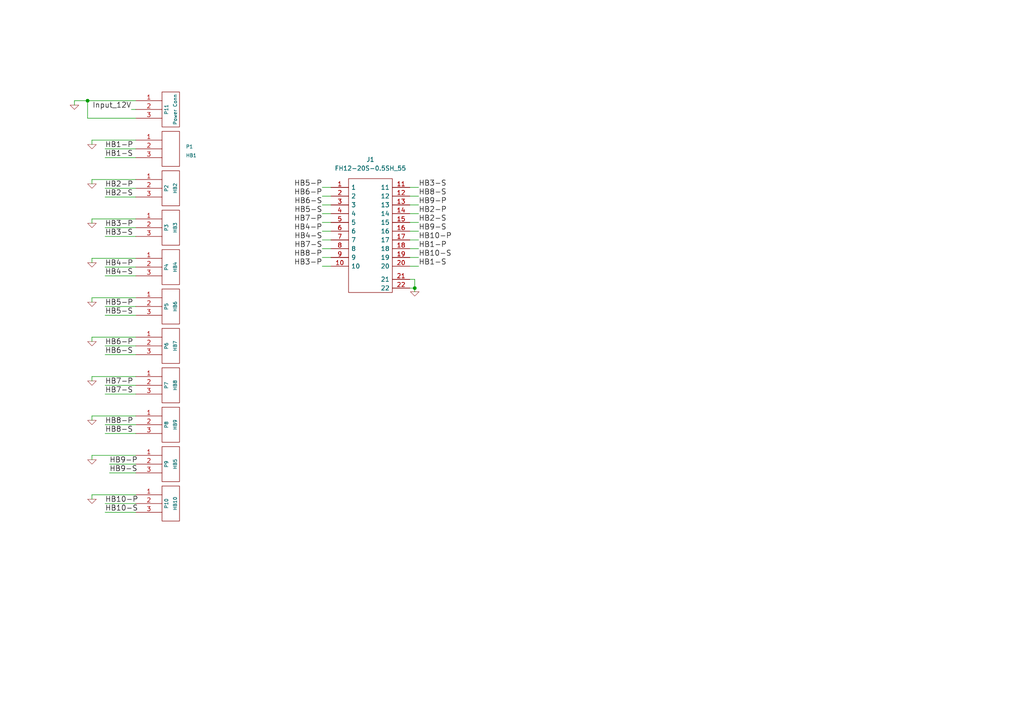
<source format=kicad_sch>
(kicad_sch (version 20211123) (generator eeschema)

  (uuid 5e9a7c42-4653-4bda-bfb6-c0001da4aa18)

  (paper "A4")

  (lib_symbols
    (symbol "ESPulse-rescue:CONN_3x1-lsts-conn" (pin_names (offset 1.016) hide) (in_bom yes) (on_board yes)
      (property "Reference" "P" (id 0) (at 1.27 0 90)
        (effects (font (size 0.9906 0.9906)))
      )
      (property "Value" "CONN_3x1-lsts-conn" (id 1) (at -1.27 0 90)
        (effects (font (size 0.9906 0.9906)))
      )
      (property "Footprint" "" (id 2) (at 0 0 0)
        (effects (font (size 1.524 1.524)))
      )
      (property "Datasheet" "" (id 3) (at 0 0 0)
        (effects (font (size 1.524 1.524)))
      )
      (symbol "CONN_3x1-lsts-conn_0_1"
        (rectangle (start 2.54 -5.08) (end -2.54 5.08)
          (stroke (width 0) (type default) (color 0 0 0 0))
          (fill (type none))
        )
      )
      (symbol "CONN_3x1-lsts-conn_1_1"
        (pin passive line (at 10.16 2.54 180) (length 7.62)
          (name "~" (effects (font (size 1.27 1.27))))
          (number "1" (effects (font (size 1.27 1.27))))
        )
        (pin passive line (at 10.16 0 180) (length 7.62)
          (name "~" (effects (font (size 1.27 1.27))))
          (number "2" (effects (font (size 1.27 1.27))))
        )
        (pin passive line (at 10.16 -2.54 180) (length 7.62)
          (name "~" (effects (font (size 1.27 1.27))))
          (number "3" (effects (font (size 1.27 1.27))))
        )
      )
    )
    (symbol "ESPulse-rescue:GND-power" (power) (pin_names (offset 0)) (in_bom yes) (on_board yes)
      (property "Reference" "#PWR" (id 0) (at 0 0 0)
        (effects (font (size 0.762 0.762)) hide)
      )
      (property "Value" "GND-power" (id 1) (at 0 -1.778 0)
        (effects (font (size 0.762 0.762)) hide)
      )
      (property "Footprint" "" (id 2) (at 0 0 0)
        (effects (font (size 1.524 1.524)))
      )
      (property "Datasheet" "" (id 3) (at 0 0 0)
        (effects (font (size 1.524 1.524)))
      )
      (symbol "GND-power_0_1"
        (polyline
          (pts
            (xy -1.27 0)
            (xy 0 -1.27)
            (xy 1.27 0)
            (xy -1.27 0)
          )
          (stroke (width 0.1016) (type default) (color 0 0 0 0))
          (fill (type none))
        )
      )
      (symbol "GND-power_1_1"
        (pin power_in line (at 0 0 90) (length 0) hide
          (name "GND" (effects (font (size 0.762 0.762))))
          (number "1" (effects (font (size 0.762 0.762))))
        )
      )
    )
    (symbol "FH12-20S-0.5SH_55_1" (pin_names (offset 0.762)) (in_bom yes) (on_board yes)
      (property "Reference" "J" (id 0) (at 19.05 7.62 0)
        (effects (font (size 1.27 1.27)) (justify left))
      )
      (property "Value" "FH12-20S-0.5SH_55_1" (id 1) (at -20.32 26.67 0)
        (effects (font (size 1.27 1.27)) (justify left))
      )
      (property "Footprint" "FH12-20S-0.5SH(55)" (id 2) (at -20.32 24.13 0)
        (effects (font (size 1.27 1.27)) (justify left) hide)
      )
      (property "Datasheet" "https://componentsearchengine.com/Datasheets/2/FH12-20S-0.5SH(55).pdf" (id 3) (at -20.32 21.59 0)
        (effects (font (size 1.27 1.27)) (justify left) hide)
      )
      (property "Description" "FFC,0.5mm Pitch,Bottom Contact,20way Hirose FH12 Series 0.5mm Pitch 20 Way Right Angle SMT Female FPC Connector, ZIF Bottom Contact" (id 4) (at -20.32 19.05 0)
        (effects (font (size 1.27 1.27)) (justify left) hide)
      )
      (property "Height" "" (id 5) (at 19.05 -5.08 0)
        (effects (font (size 1.27 1.27)) (justify left) hide)
      )
      (property "Mouser Part Number" "798-FH12-20S-0.5SH55" (id 6) (at -20.32 13.97 0)
        (effects (font (size 1.27 1.27)) (justify left) hide)
      )
      (property "Mouser Price/Stock" "https://www.mouser.co.uk/ProductDetail/Hirose-Connector/FH12-20S-0.5SH55?qs=Ux3WWAnHpjBAoMH%252Bjl1N9Q%3D%3D" (id 7) (at -20.32 11.43 0)
        (effects (font (size 1.27 1.27)) (justify left) hide)
      )
      (property "Manufacturer_Name" "Hirose" (id 8) (at 19.05 -12.7 0)
        (effects (font (size 1.27 1.27)) (justify left) hide)
      )
      (property "Manufacturer_Part_Number" "FH12-20S-0.5SH(55)" (id 9) (at -20.32 6.35 0)
        (effects (font (size 1.27 1.27)) (justify left) hide)
      )
      (property "ki_description" "FFC,0.5mm Pitch,Bottom Contact,20way Hirose FH12 Series 0.5mm Pitch 20 Way Right Angle SMT Female FPC Connector, ZIF Bottom Contact" (id 10) (at 0 0 0)
        (effects (font (size 1.27 1.27)) hide)
      )
      (symbol "FH12-20S-0.5SH_55_1_0_0"
        (pin passive line (at 0 0 0) (length 5.08)
          (name "1" (effects (font (size 1.27 1.27))))
          (number "1" (effects (font (size 1.27 1.27))))
        )
        (pin passive line (at 0 -22.86 0) (length 5.08)
          (name "10" (effects (font (size 1.27 1.27))))
          (number "10" (effects (font (size 1.27 1.27))))
        )
        (pin passive line (at 22.86 0 180) (length 5.08)
          (name "11" (effects (font (size 1.27 1.27))))
          (number "11" (effects (font (size 1.27 1.27))))
        )
        (pin passive line (at 22.86 -2.54 180) (length 5.08)
          (name "12" (effects (font (size 1.27 1.27))))
          (number "12" (effects (font (size 1.27 1.27))))
        )
        (pin passive line (at 22.86 -5.08 180) (length 5.08)
          (name "13" (effects (font (size 1.27 1.27))))
          (number "13" (effects (font (size 1.27 1.27))))
        )
        (pin passive line (at 22.86 -7.62 180) (length 5.08)
          (name "14" (effects (font (size 1.27 1.27))))
          (number "14" (effects (font (size 1.27 1.27))))
        )
        (pin passive line (at 22.86 -10.16 180) (length 5.08)
          (name "15" (effects (font (size 1.27 1.27))))
          (number "15" (effects (font (size 1.27 1.27))))
        )
        (pin passive line (at 22.86 -12.7 180) (length 5.08)
          (name "16" (effects (font (size 1.27 1.27))))
          (number "16" (effects (font (size 1.27 1.27))))
        )
        (pin passive line (at 22.86 -15.24 180) (length 5.08)
          (name "17" (effects (font (size 1.27 1.27))))
          (number "17" (effects (font (size 1.27 1.27))))
        )
        (pin passive line (at 22.86 -17.78 180) (length 5.08)
          (name "18" (effects (font (size 1.27 1.27))))
          (number "18" (effects (font (size 1.27 1.27))))
        )
        (pin passive line (at 22.86 -20.32 180) (length 5.08)
          (name "19" (effects (font (size 1.27 1.27))))
          (number "19" (effects (font (size 1.27 1.27))))
        )
        (pin passive line (at 0 -2.54 0) (length 5.08)
          (name "2" (effects (font (size 1.27 1.27))))
          (number "2" (effects (font (size 1.27 1.27))))
        )
        (pin passive line (at 22.86 -22.86 180) (length 5.08)
          (name "20" (effects (font (size 1.27 1.27))))
          (number "20" (effects (font (size 1.27 1.27))))
        )
        (pin passive line (at 22.86 -26.67 180) (length 5.08)
          (name "21" (effects (font (size 1.27 1.27))))
          (number "21" (effects (font (size 1.27 1.27))))
        )
        (pin passive line (at 22.86 -29.21 180) (length 5.08)
          (name "22" (effects (font (size 1.27 1.27))))
          (number "22" (effects (font (size 1.27 1.27))))
        )
        (pin passive line (at 0 -5.08 0) (length 5.08)
          (name "3" (effects (font (size 1.27 1.27))))
          (number "3" (effects (font (size 1.27 1.27))))
        )
        (pin passive line (at 0 -7.62 0) (length 5.08)
          (name "4" (effects (font (size 1.27 1.27))))
          (number "4" (effects (font (size 1.27 1.27))))
        )
        (pin passive line (at 0 -10.16 0) (length 5.08)
          (name "5" (effects (font (size 1.27 1.27))))
          (number "5" (effects (font (size 1.27 1.27))))
        )
        (pin passive line (at 0 -12.7 0) (length 5.08)
          (name "6" (effects (font (size 1.27 1.27))))
          (number "6" (effects (font (size 1.27 1.27))))
        )
        (pin passive line (at 0 -15.24 0) (length 5.08)
          (name "7" (effects (font (size 1.27 1.27))))
          (number "7" (effects (font (size 1.27 1.27))))
        )
        (pin passive line (at 0 -17.78 0) (length 5.08)
          (name "8" (effects (font (size 1.27 1.27))))
          (number "8" (effects (font (size 1.27 1.27))))
        )
        (pin passive line (at 0 -20.32 0) (length 5.08)
          (name "9" (effects (font (size 1.27 1.27))))
          (number "9" (effects (font (size 1.27 1.27))))
        )
      )
      (symbol "FH12-20S-0.5SH_55_1_0_1"
        (polyline
          (pts
            (xy 5.08 2.54)
            (xy 17.78 2.54)
            (xy 17.78 -30.48)
            (xy 5.08 -30.48)
            (xy 5.08 2.54)
          )
          (stroke (width 0.1524) (type default) (color 0 0 0 0))
          (fill (type none))
        )
      )
    )
  )


  (junction (at 120.2944 83.566) (diameter 0) (color 0 0 0 0)
    (uuid a180bd81-b06b-4c57-841c-cd3e80ff597f)
  )
  (junction (at 25.4 29.21) (diameter 0) (color 0 0 0 0)
    (uuid df58cd1f-1e2f-41b6-a834-612c7e057588)
  )

  (wire (pts (xy 118.872 59.436) (xy 121.412 59.436))
    (stroke (width 0) (type default) (color 0 0 0 0))
    (uuid 04e2fbc5-5989-4741-8ef9-759353c3dd8d)
  )
  (wire (pts (xy 93.472 67.056) (xy 96.012 67.056))
    (stroke (width 0) (type default) (color 0 0 0 0))
    (uuid 084e6b83-aebb-4964-9b32-7f3c82e04f1d)
  )
  (wire (pts (xy 120.2944 83.566) (xy 120.2944 84.6074))
    (stroke (width 0) (type default) (color 0 0 0 0))
    (uuid 1195f731-c795-4316-a5f9-428f3d61c4f6)
  )
  (wire (pts (xy 30.48 54.61) (xy 39.37 54.61))
    (stroke (width 0) (type default) (color 0 0 0 0))
    (uuid 13a7bc6a-93b6-4e09-b011-7d8ea66bd5c1)
  )
  (wire (pts (xy 21.59 29.21) (xy 21.59 30.48))
    (stroke (width 0) (type default) (color 0 0 0 0))
    (uuid 16e454f3-32e5-4a57-aba1-3cd9669df363)
  )
  (wire (pts (xy 93.472 54.356) (xy 96.012 54.356))
    (stroke (width 0) (type default) (color 0 0 0 0))
    (uuid 1864eb33-1170-4f35-b0f8-4000bd3b3243)
  )
  (wire (pts (xy 118.872 67.056) (xy 121.412 67.056))
    (stroke (width 0) (type default) (color 0 0 0 0))
    (uuid 186c3b43-bf1e-4acc-93e4-4580ef8ad48a)
  )
  (wire (pts (xy 118.872 72.136) (xy 121.412 72.136))
    (stroke (width 0) (type default) (color 0 0 0 0))
    (uuid 23d33a2f-1e54-474f-a9d5-6b6965de6324)
  )
  (wire (pts (xy 25.4 34.29) (xy 39.37 34.29))
    (stroke (width 0) (type default) (color 0 0 0 0))
    (uuid 255514fa-71b5-47cd-9249-00be33622626)
  )
  (wire (pts (xy 30.48 111.76) (xy 39.37 111.76))
    (stroke (width 0) (type default) (color 0 0 0 0))
    (uuid 29d9a159-abcb-4952-8bcb-49b761c8bf84)
  )
  (wire (pts (xy 93.472 69.596) (xy 96.012 69.596))
    (stroke (width 0) (type default) (color 0 0 0 0))
    (uuid 2f71280f-e748-44e5-b3b5-24f5ef77633d)
  )
  (wire (pts (xy 118.872 74.676) (xy 121.412 74.676))
    (stroke (width 0) (type default) (color 0 0 0 0))
    (uuid 2fc04a09-0b22-4418-aedc-76c914e2092c)
  )
  (wire (pts (xy 93.472 64.516) (xy 96.012 64.516))
    (stroke (width 0) (type default) (color 0 0 0 0))
    (uuid 33dfb772-83fa-42ff-99a5-fea6f2509dbb)
  )
  (wire (pts (xy 30.48 66.04) (xy 39.37 66.04))
    (stroke (width 0) (type default) (color 0 0 0 0))
    (uuid 34676c64-48a2-48fd-8b36-e44cdc899656)
  )
  (wire (pts (xy 25.4 29.21) (xy 25.4 34.29))
    (stroke (width 0) (type default) (color 0 0 0 0))
    (uuid 45d10287-59dc-4c3e-9b67-ba457a0caaf6)
  )
  (wire (pts (xy 30.48 80.01) (xy 39.37 80.01))
    (stroke (width 0) (type default) (color 0 0 0 0))
    (uuid 4b56a28d-3189-419c-bfa8-2a7752fbd92d)
  )
  (wire (pts (xy 118.872 54.356) (xy 121.412 54.356))
    (stroke (width 0) (type default) (color 0 0 0 0))
    (uuid 52234b6e-0432-40f2-a08d-a619712b3fdc)
  )
  (wire (pts (xy 26.67 132.08) (xy 26.67 133.35))
    (stroke (width 0) (type default) (color 0 0 0 0))
    (uuid 5b097960-e719-4bab-89de-323da8be95d6)
  )
  (wire (pts (xy 31.75 137.16) (xy 39.37 137.16))
    (stroke (width 0) (type default) (color 0 0 0 0))
    (uuid 5f1b727b-24f5-425e-a936-39ce1dff8e0d)
  )
  (wire (pts (xy 118.872 64.516) (xy 121.412 64.516))
    (stroke (width 0) (type default) (color 0 0 0 0))
    (uuid 65117b06-ed82-495f-b500-5e411d4344aa)
  )
  (wire (pts (xy 26.67 97.79) (xy 26.67 99.06))
    (stroke (width 0) (type default) (color 0 0 0 0))
    (uuid 661b8bf7-1631-4f72-a3bf-9c659ff7385b)
  )
  (wire (pts (xy 26.67 143.51) (xy 26.67 144.78))
    (stroke (width 0) (type default) (color 0 0 0 0))
    (uuid 6a332eec-6fbc-44f6-89e6-77921233ce9b)
  )
  (wire (pts (xy 30.48 146.05) (xy 39.37 146.05))
    (stroke (width 0) (type default) (color 0 0 0 0))
    (uuid 6b2c7c29-16c7-46cc-9735-f52e21a731a0)
  )
  (wire (pts (xy 30.48 91.44) (xy 39.37 91.44))
    (stroke (width 0) (type default) (color 0 0 0 0))
    (uuid 6e97aeb8-1a8f-44a3-83fa-0d983683748f)
  )
  (wire (pts (xy 25.4 29.21) (xy 39.37 29.21))
    (stroke (width 0) (type default) (color 0 0 0 0))
    (uuid 70ca0a50-32d9-426d-86ee-e9379b1d7708)
  )
  (wire (pts (xy 30.48 43.18) (xy 39.37 43.18))
    (stroke (width 0) (type default) (color 0 0 0 0))
    (uuid 72a832ad-2783-4526-9fea-b35625c777cd)
  )
  (wire (pts (xy 26.67 63.5) (xy 39.37 63.5))
    (stroke (width 0) (type default) (color 0 0 0 0))
    (uuid 7572b53e-8aa4-47fa-b19b-168664671d01)
  )
  (wire (pts (xy 26.67 132.08) (xy 39.37 132.08))
    (stroke (width 0) (type default) (color 0 0 0 0))
    (uuid 7882f6f4-735b-4f64-8486-3f72d672271b)
  )
  (wire (pts (xy 30.48 125.73) (xy 39.37 125.73))
    (stroke (width 0) (type default) (color 0 0 0 0))
    (uuid 79575f4f-86b7-46e2-b29f-d0e8f1d50ff9)
  )
  (wire (pts (xy 26.67 40.64) (xy 39.37 40.64))
    (stroke (width 0) (type default) (color 0 0 0 0))
    (uuid 80b27d10-cdad-40f8-a111-c2accd7df379)
  )
  (wire (pts (xy 26.67 74.93) (xy 39.37 74.93))
    (stroke (width 0) (type default) (color 0 0 0 0))
    (uuid 81a94eb4-d3fd-4a14-9985-f7c6cd7d422d)
  )
  (wire (pts (xy 118.872 77.216) (xy 121.412 77.216))
    (stroke (width 0) (type default) (color 0 0 0 0))
    (uuid 8c8f2cea-7eb7-4b9d-ad1d-4a92fddb87d8)
  )
  (wire (pts (xy 30.48 123.19) (xy 39.37 123.19))
    (stroke (width 0) (type default) (color 0 0 0 0))
    (uuid 8e789911-ad26-4d4a-b329-3ab2886d2a40)
  )
  (wire (pts (xy 31.75 134.62) (xy 39.37 134.62))
    (stroke (width 0) (type default) (color 0 0 0 0))
    (uuid 8f4731d9-d7d5-49bb-bcb6-713ae7340b75)
  )
  (wire (pts (xy 26.67 86.36) (xy 39.37 86.36))
    (stroke (width 0) (type default) (color 0 0 0 0))
    (uuid 903df06b-3664-4c9c-80cb-2afc6f6781d4)
  )
  (wire (pts (xy 26.67 52.07) (xy 39.37 52.07))
    (stroke (width 0) (type default) (color 0 0 0 0))
    (uuid 951a3b67-81d4-4fcf-87f6-6581fc9dd8b3)
  )
  (wire (pts (xy 26.67 63.5) (xy 26.67 64.77))
    (stroke (width 0) (type default) (color 0 0 0 0))
    (uuid 97a92862-2ba0-4957-ae5a-f9820a381061)
  )
  (wire (pts (xy 118.872 56.896) (xy 121.412 56.896))
    (stroke (width 0) (type default) (color 0 0 0 0))
    (uuid 98512f46-3eea-4c7c-a8c2-f807e8f55e8e)
  )
  (wire (pts (xy 118.872 81.026) (xy 120.2944 81.026))
    (stroke (width 0) (type default) (color 0 0 0 0))
    (uuid 9a667017-a73f-4f20-a033-74ac1212843a)
  )
  (wire (pts (xy 118.872 69.596) (xy 121.412 69.596))
    (stroke (width 0) (type default) (color 0 0 0 0))
    (uuid 9a759a30-c62b-4327-8d8d-19cef88aa812)
  )
  (wire (pts (xy 30.48 68.58) (xy 39.37 68.58))
    (stroke (width 0) (type default) (color 0 0 0 0))
    (uuid 9b449569-562f-409d-93f9-fdfe3068a3c8)
  )
  (wire (pts (xy 26.67 52.07) (xy 26.67 53.34))
    (stroke (width 0) (type default) (color 0 0 0 0))
    (uuid 9b955e68-580e-4b45-8242-cac5392154b0)
  )
  (wire (pts (xy 120.2944 81.026) (xy 120.2944 83.566))
    (stroke (width 0) (type default) (color 0 0 0 0))
    (uuid 9ec81675-72fb-40a3-886d-f932db926cd4)
  )
  (wire (pts (xy 30.48 100.33) (xy 39.37 100.33))
    (stroke (width 0) (type default) (color 0 0 0 0))
    (uuid 9fafd186-d043-4bb3-9583-5470a2e4f02e)
  )
  (wire (pts (xy 26.67 143.51) (xy 39.37 143.51))
    (stroke (width 0) (type default) (color 0 0 0 0))
    (uuid a2eb6f25-3c60-46ae-86b4-b4688b857981)
  )
  (wire (pts (xy 30.48 102.87) (xy 39.37 102.87))
    (stroke (width 0) (type default) (color 0 0 0 0))
    (uuid a712f0d0-7c6d-4e14-9888-7339356b7e7a)
  )
  (wire (pts (xy 30.48 77.47) (xy 39.37 77.47))
    (stroke (width 0) (type default) (color 0 0 0 0))
    (uuid b646a1a2-8c1d-409c-9256-ea872de80738)
  )
  (wire (pts (xy 26.67 120.65) (xy 26.67 121.92))
    (stroke (width 0) (type default) (color 0 0 0 0))
    (uuid b9d8a5fd-44e8-4f46-a23b-47829f67145f)
  )
  (wire (pts (xy 93.472 61.976) (xy 96.012 61.976))
    (stroke (width 0) (type default) (color 0 0 0 0))
    (uuid c30421b3-2493-492b-adcf-919d2a3b0403)
  )
  (wire (pts (xy 30.48 148.59) (xy 39.37 148.59))
    (stroke (width 0) (type default) (color 0 0 0 0))
    (uuid c3d7a9c3-3af4-4ffa-9efb-65d1e8b03b46)
  )
  (wire (pts (xy 93.472 77.216) (xy 96.012 77.216))
    (stroke (width 0) (type default) (color 0 0 0 0))
    (uuid c4f62205-b260-4988-aa85-5dc2d5a4a6b1)
  )
  (wire (pts (xy 93.472 72.136) (xy 96.012 72.136))
    (stroke (width 0) (type default) (color 0 0 0 0))
    (uuid c648b62f-8f43-43ac-bdbb-173bc0f5fa92)
  )
  (wire (pts (xy 30.48 88.9) (xy 39.37 88.9))
    (stroke (width 0) (type default) (color 0 0 0 0))
    (uuid c9ef8b21-bdb7-4c0a-b818-456af17f70b0)
  )
  (wire (pts (xy 26.67 97.79) (xy 39.37 97.79))
    (stroke (width 0) (type default) (color 0 0 0 0))
    (uuid cb7eec06-5f4c-4e34-b7de-ce0d8c2c1140)
  )
  (wire (pts (xy 118.872 83.566) (xy 120.2944 83.566))
    (stroke (width 0) (type default) (color 0 0 0 0))
    (uuid d880806d-c9cd-47de-b3e6-d0ec24b35c18)
  )
  (wire (pts (xy 118.872 61.976) (xy 121.412 61.976))
    (stroke (width 0) (type default) (color 0 0 0 0))
    (uuid d95a3f9f-9625-4105-9c82-1af690865b7d)
  )
  (wire (pts (xy 26.67 86.36) (xy 26.67 87.63))
    (stroke (width 0) (type default) (color 0 0 0 0))
    (uuid de222030-b3b1-41af-8728-8db2f10da3ea)
  )
  (wire (pts (xy 93.472 59.436) (xy 96.012 59.436))
    (stroke (width 0) (type default) (color 0 0 0 0))
    (uuid de3c8178-7798-49cb-9318-dc9646f7b307)
  )
  (wire (pts (xy 93.472 56.896) (xy 96.012 56.896))
    (stroke (width 0) (type default) (color 0 0 0 0))
    (uuid df071a56-e468-41d3-86c5-4de588136256)
  )
  (wire (pts (xy 30.48 114.3) (xy 39.37 114.3))
    (stroke (width 0) (type default) (color 0 0 0 0))
    (uuid e0e845ef-0263-4ced-89cd-7e226cdedd03)
  )
  (wire (pts (xy 30.48 45.72) (xy 39.37 45.72))
    (stroke (width 0) (type default) (color 0 0 0 0))
    (uuid e2c2a411-79d7-466d-81c6-b2f867b4294d)
  )
  (wire (pts (xy 26.67 120.65) (xy 39.37 120.65))
    (stroke (width 0) (type default) (color 0 0 0 0))
    (uuid ec99e0d2-7ab9-4330-8bc0-808fc03deed4)
  )
  (wire (pts (xy 26.67 109.22) (xy 26.67 110.49))
    (stroke (width 0) (type default) (color 0 0 0 0))
    (uuid f2f14a65-1724-4998-89c9-24ef4100b98b)
  )
  (wire (pts (xy 93.472 74.676) (xy 96.012 74.676))
    (stroke (width 0) (type default) (color 0 0 0 0))
    (uuid f3ef08cf-7a03-47f3-917b-59256e52bfc3)
  )
  (wire (pts (xy 26.67 109.22) (xy 39.37 109.22))
    (stroke (width 0) (type default) (color 0 0 0 0))
    (uuid f615e232-87ce-4d95-8e49-274205e6c34c)
  )
  (wire (pts (xy 38.1 31.75) (xy 39.37 31.75))
    (stroke (width 0) (type default) (color 0 0 0 0))
    (uuid f81cd167-a695-4470-a5d1-1b1e51d646ed)
  )
  (wire (pts (xy 21.59 29.21) (xy 25.4 29.21))
    (stroke (width 0) (type default) (color 0 0 0 0))
    (uuid f8aea0b5-13ab-40c8-bd4d-9713ecc9fd6d)
  )
  (wire (pts (xy 26.67 40.64) (xy 26.67 41.91))
    (stroke (width 0) (type default) (color 0 0 0 0))
    (uuid f94aa357-9737-4143-afba-e695c3d4e8ae)
  )
  (wire (pts (xy 30.48 57.15) (xy 39.37 57.15))
    (stroke (width 0) (type default) (color 0 0 0 0))
    (uuid fdfbf331-0349-45d2-a3dd-d1871032d43a)
  )
  (wire (pts (xy 26.67 74.93) (xy 26.67 76.2))
    (stroke (width 0) (type default) (color 0 0 0 0))
    (uuid ffb3325f-76f5-4e92-9b17-7cf8e8029ea4)
  )

  (label "HB8-P" (at 93.472 74.676 180)
    (effects (font (size 1.524 1.524)) (justify right bottom))
    (uuid 01b87992-cb7d-4607-a5b0-62a696359f9e)
  )
  (label "HB7-S" (at 30.48 114.3 0)
    (effects (font (size 1.524 1.524)) (justify left bottom))
    (uuid 039b710e-7de2-4f37-af32-c1748c4f5749)
  )
  (label "HB1-S" (at 121.412 77.216 0)
    (effects (font (size 1.524 1.524)) (justify left bottom))
    (uuid 0b7d9377-8744-40cd-bf7b-7302ad78c57a)
  )
  (label "HB3-P" (at 93.472 77.216 180)
    (effects (font (size 1.524 1.524)) (justify right bottom))
    (uuid 0fce3eaa-46d1-4e94-a332-8b9aa0fc79bb)
  )
  (label "HB5-S" (at 30.48 91.44 0)
    (effects (font (size 1.524 1.524)) (justify left bottom))
    (uuid 1c0664b2-acd0-4eb1-9a01-7ab5c6c5c362)
  )
  (label "HB6-P" (at 30.48 100.33 0)
    (effects (font (size 1.524 1.524)) (justify left bottom))
    (uuid 1cf1aeb3-db3f-446b-9bda-59c009702c33)
  )
  (label "HB7-P" (at 30.48 111.76 0)
    (effects (font (size 1.524 1.524)) (justify left bottom))
    (uuid 2529379d-a5ef-4d6d-916f-ca70785e4aae)
  )
  (label "HB4-S" (at 30.48 80.01 0)
    (effects (font (size 1.524 1.524)) (justify left bottom))
    (uuid 2ae6328b-d547-4db8-b2e5-9fd14be2662b)
  )
  (label "HB8-P" (at 30.48 123.19 0)
    (effects (font (size 1.524 1.524)) (justify left bottom))
    (uuid 2ba9ca23-e3d1-4917-be4b-d4a65e697751)
  )
  (label "HB6-S" (at 30.48 102.87 0)
    (effects (font (size 1.524 1.524)) (justify left bottom))
    (uuid 337accd8-3085-485e-b3cb-4f3defa72c89)
  )
  (label "HB8-S" (at 30.48 125.73 0)
    (effects (font (size 1.524 1.524)) (justify left bottom))
    (uuid 3afa9b55-615a-4e23-8513-9bb0d8fd88b4)
  )
  (label "HB6-P" (at 93.472 56.896 180)
    (effects (font (size 1.524 1.524)) (justify right bottom))
    (uuid 3d0a286f-d60b-46d8-8c6f-e93db23f4f97)
  )
  (label "HB3-S" (at 121.412 54.356 0)
    (effects (font (size 1.524 1.524)) (justify left bottom))
    (uuid 454e5c85-cc3f-4311-80c6-db585b62bf09)
  )
  (label "HB5-S" (at 93.472 61.976 180)
    (effects (font (size 1.524 1.524)) (justify right bottom))
    (uuid 4b0a712c-1423-42ed-b50f-a0b38787a8ec)
  )
  (label "HB9-S" (at 121.412 67.056 0)
    (effects (font (size 1.524 1.524)) (justify left bottom))
    (uuid 58d9f4c8-c2a0-4e65-9063-033d0c3e2654)
  )
  (label "HB1-P" (at 30.48 43.18 0)
    (effects (font (size 1.524 1.524)) (justify left bottom))
    (uuid 6b54b9b2-b998-456b-ad40-f4bff46f5e35)
  )
  (label "HB9-P" (at 31.75 134.62 0)
    (effects (font (size 1.524 1.524)) (justify left bottom))
    (uuid 6d9716fb-7c1f-47f0-8d24-dd27aac67403)
  )
  (label "HB7-S" (at 93.472 72.136 180)
    (effects (font (size 1.524 1.524)) (justify right bottom))
    (uuid 73e5de3f-10bb-4a9f-b6cb-468cb8a67797)
  )
  (label "HB5-P" (at 93.472 54.356 180)
    (effects (font (size 1.524 1.524)) (justify right bottom))
    (uuid 74138045-e550-44d5-a426-6ac231d952ba)
  )
  (label "HB6-S" (at 93.472 59.436 180)
    (effects (font (size 1.524 1.524)) (justify right bottom))
    (uuid 75c15a5f-8b28-4026-80c1-326a43529cb0)
  )
  (label "HB5-P" (at 30.48 88.9 0)
    (effects (font (size 1.524 1.524)) (justify left bottom))
    (uuid 78ca3478-c5fa-4d43-8da2-d4f6f50ffbdf)
  )
  (label "HB8-S" (at 121.412 56.896 0)
    (effects (font (size 1.524 1.524)) (justify left bottom))
    (uuid 7a261f66-0cd3-4745-985e-47a5fc9a0cfa)
  )
  (label "Input_12V" (at 38.1 31.75 180)
    (effects (font (size 1.524 1.524)) (justify right bottom))
    (uuid 7b56722b-7e64-4baf-95cb-12ee63de718e)
  )
  (label "HB1-S" (at 30.48 45.72 0)
    (effects (font (size 1.524 1.524)) (justify left bottom))
    (uuid 8127d44e-c54d-4492-af05-a24cc98d7471)
  )
  (label "HB3-P" (at 30.48 66.04 0)
    (effects (font (size 1.524 1.524)) (justify left bottom))
    (uuid 8278cd7f-543e-480e-8cbf-dc5772cb752a)
  )
  (label "HB2-P" (at 30.48 54.61 0)
    (effects (font (size 1.524 1.524)) (justify left bottom))
    (uuid 8a245af7-6e6e-4a80-a420-a758cebe0fc5)
  )
  (label "HB2-S" (at 121.412 64.516 0)
    (effects (font (size 1.524 1.524)) (justify left bottom))
    (uuid 8e75f70b-f57b-40f4-90f5-deaa172df18f)
  )
  (label "HB2-S" (at 30.48 57.15 0)
    (effects (font (size 1.524 1.524)) (justify left bottom))
    (uuid a0eb2111-0c55-42de-8caa-87aea1f4617d)
  )
  (label "HB9-P" (at 121.412 59.436 0)
    (effects (font (size 1.524 1.524)) (justify left bottom))
    (uuid a3455822-8eba-44d4-b20f-a0226b201468)
  )
  (label "HB10-S" (at 30.48 148.59 0)
    (effects (font (size 1.524 1.524)) (justify left bottom))
    (uuid aac3d6b2-c0f5-4cb1-b448-51ec5d255711)
  )
  (label "HB4-P" (at 93.472 67.056 180)
    (effects (font (size 1.524 1.524)) (justify right bottom))
    (uuid abac0629-6a27-439f-b413-34b4b4b6b792)
  )
  (label "HB1-P" (at 121.412 72.136 0)
    (effects (font (size 1.524 1.524)) (justify left bottom))
    (uuid ad89a9cd-090e-4cdc-871e-eb8c6ea2e793)
  )
  (label "HB3-S" (at 30.48 68.58 0)
    (effects (font (size 1.524 1.524)) (justify left bottom))
    (uuid bb36e639-fc09-4854-8561-93ee501a89e1)
  )
  (label "HB7-P" (at 93.472 64.516 180)
    (effects (font (size 1.524 1.524)) (justify right bottom))
    (uuid c82e852a-d61a-47f9-b2ef-a66f892469d0)
  )
  (label "HB4-P" (at 30.48 77.47 0)
    (effects (font (size 1.524 1.524)) (justify left bottom))
    (uuid d38e461f-9115-4594-91ed-c2960bcefacf)
  )
  (label "HB10-P" (at 30.48 146.05 0)
    (effects (font (size 1.524 1.524)) (justify left bottom))
    (uuid ef0dd5b0-0ca4-4c3c-b320-9adf92c8aef7)
  )
  (label "HB4-S" (at 93.472 69.596 180)
    (effects (font (size 1.524 1.524)) (justify right bottom))
    (uuid f553c00d-aaf8-43db-8c94-be845ae5c2bf)
  )
  (label "HB9-S" (at 31.75 137.16 0)
    (effects (font (size 1.524 1.524)) (justify left bottom))
    (uuid f5cfc75e-3317-48bf-b7f6-896b5f05a55e)
  )
  (label "HB10-S" (at 121.412 74.676 0)
    (effects (font (size 1.524 1.524)) (justify left bottom))
    (uuid fb7b968b-ca34-461d-a793-313fb388defd)
  )
  (label "HB2-P" (at 121.412 61.976 0)
    (effects (font (size 1.524 1.524)) (justify left bottom))
    (uuid fba02c1b-0382-41c0-8bf5-50c5eca3b4da)
  )
  (label "HB10-P" (at 121.412 69.596 0)
    (effects (font (size 1.524 1.524)) (justify left bottom))
    (uuid ff71b5d8-54d5-444e-9ce6-87012b594029)
  )

  (symbol (lib_id "ESPulse-rescue:CONN_3x1-lsts-conn") (at 49.53 123.19 0) (mirror y) (unit 1)
    (in_bom yes) (on_board yes)
    (uuid 01a1cd8b-0a87-4b9b-ae2d-82007a544767)
    (property "Reference" "P8" (id 0) (at 48.26 123.19 90)
      (effects (font (size 0.9906 0.9906)))
    )
    (property "Value" "HB9" (id 1) (at 50.8 123.19 90)
      (effects (font (size 0.9906 0.9906)))
    )
    (property "Footprint" "lsts-conn:Binder 720 3Pin" (id 2) (at 49.53 123.19 0)
      (effects (font (size 1.524 1.524)) hide)
    )
    (property "Datasheet" "" (id 3) (at 49.53 123.19 0)
      (effects (font (size 1.524 1.524)))
    )
    (property "manf#" "NA" (id 4) (at 49.53 123.19 0)
      (effects (font (size 1.524 1.524)) hide)
    )
    (pin "1" (uuid f16b181e-d483-4a71-874f-476a9ad9842c))
    (pin "2" (uuid 4f4ff79e-8033-46f5-b971-cfa3b7d90e0d))
    (pin "3" (uuid dfb4f894-a41b-42c8-bacb-d16be021e01f))
  )

  (symbol (lib_id "ESPulse-rescue:GND-power") (at 26.67 144.78 0) (unit 1)
    (in_bom yes) (on_board yes)
    (uuid 04643547-ae45-4879-a111-43e0d30a482e)
    (property "Reference" "#PWR011" (id 0) (at 26.67 144.78 0)
      (effects (font (size 0.762 0.762)) hide)
    )
    (property "Value" "GND" (id 1) (at 26.67 146.558 0)
      (effects (font (size 0.762 0.762)) hide)
    )
    (property "Footprint" "" (id 2) (at 26.67 144.78 0)
      (effects (font (size 1.524 1.524)))
    )
    (property "Datasheet" "" (id 3) (at 26.67 144.78 0)
      (effects (font (size 1.524 1.524)))
    )
    (pin "1" (uuid 5d8e1ab0-1764-41ba-8219-d7393ac709a7))
  )

  (symbol (lib_id "ESPulse-rescue:CONN_3x1-lsts-conn") (at 49.53 111.76 0) (mirror y) (unit 1)
    (in_bom yes) (on_board yes)
    (uuid 0da8d929-a773-4fe9-b950-212117cd3ecd)
    (property "Reference" "P7" (id 0) (at 48.26 111.76 90)
      (effects (font (size 0.9906 0.9906)))
    )
    (property "Value" "HB8" (id 1) (at 50.8 111.76 90)
      (effects (font (size 0.9906 0.9906)))
    )
    (property "Footprint" "lsts-conn:Binder 720 3Pin" (id 2) (at 49.53 111.76 0)
      (effects (font (size 1.524 1.524)) hide)
    )
    (property "Datasheet" "" (id 3) (at 49.53 111.76 0)
      (effects (font (size 1.524 1.524)))
    )
    (property "manf#" "NA" (id 4) (at 49.53 111.76 0)
      (effects (font (size 1.524 1.524)) hide)
    )
    (pin "1" (uuid 58936a3b-8f27-4676-9a2c-a07a549f544d))
    (pin "2" (uuid 6d230d92-c83a-49d3-a49e-cfe6fd5b7eed))
    (pin "3" (uuid 75a1d9ba-b22b-4806-9210-9543b8aec59e))
  )

  (symbol (lib_id "ESPulse-rescue:GND-power") (at 26.67 121.92 0) (unit 1)
    (in_bom yes) (on_board yes)
    (uuid 128d398b-6f02-42ea-a98e-43bfb373462f)
    (property "Reference" "#PWR09" (id 0) (at 26.67 121.92 0)
      (effects (font (size 0.762 0.762)) hide)
    )
    (property "Value" "GND" (id 1) (at 26.67 123.698 0)
      (effects (font (size 0.762 0.762)) hide)
    )
    (property "Footprint" "" (id 2) (at 26.67 121.92 0)
      (effects (font (size 1.524 1.524)))
    )
    (property "Datasheet" "" (id 3) (at 26.67 121.92 0)
      (effects (font (size 1.524 1.524)))
    )
    (pin "1" (uuid d6581151-2259-4817-a155-52fe3f1560ee))
  )

  (symbol (lib_id "ESPulse-rescue:CONN_3x1-lsts-conn") (at 49.53 54.61 0) (mirror y) (unit 1)
    (in_bom yes) (on_board yes)
    (uuid 419e1eb4-1e51-4871-b94b-bb797decdd4f)
    (property "Reference" "P2" (id 0) (at 48.26 54.61 90)
      (effects (font (size 0.9906 0.9906)))
    )
    (property "Value" "HB2" (id 1) (at 50.8 54.61 90)
      (effects (font (size 0.9906 0.9906)))
    )
    (property "Footprint" "lsts-conn:Binder 720 3Pin" (id 2) (at 49.53 54.61 0)
      (effects (font (size 1.524 1.524)) hide)
    )
    (property "Datasheet" "" (id 3) (at 49.53 54.61 0)
      (effects (font (size 1.524 1.524)))
    )
    (property "manf#" "NA" (id 4) (at 49.53 54.61 0)
      (effects (font (size 1.524 1.524)) hide)
    )
    (pin "1" (uuid f4d8cbb8-1942-4247-bf58-5e004d7c9341))
    (pin "2" (uuid 0afa183c-86a4-44c3-9386-012e7b70ae9f))
    (pin "3" (uuid ed6747d6-4312-4982-810a-95e50ca1975c))
  )

  (symbol (lib_id "ESPulse-rescue:CONN_3x1-lsts-conn") (at 49.53 31.75 0) (mirror y) (unit 1)
    (in_bom yes) (on_board yes)
    (uuid 41c6334a-40e8-43ec-ba61-917d5453a065)
    (property "Reference" "P11" (id 0) (at 48.26 31.75 90)
      (effects (font (size 0.9906 0.9906)))
    )
    (property "Value" "Power Conn" (id 1) (at 50.8 31.75 90)
      (effects (font (size 0.9906 0.9906)))
    )
    (property "Footprint" "lsts-conn:Binder 720 3Pin" (id 2) (at 49.53 31.75 0)
      (effects (font (size 1.524 1.524)) hide)
    )
    (property "Datasheet" "" (id 3) (at 49.53 31.75 0)
      (effects (font (size 1.524 1.524)))
    )
    (property "manf#" "NA" (id 4) (at 49.53 31.75 0)
      (effects (font (size 1.524 1.524)) hide)
    )
    (pin "1" (uuid 8691c082-0a2d-4141-b59a-13b2e189a6e0))
    (pin "2" (uuid 0d1e2e0b-80b2-4969-a1b2-2dedd203d5d8))
    (pin "3" (uuid 8908ce6a-1e5f-4b03-8a21-348b72ceaf45))
  )

  (symbol (lib_name "FH12-20S-0.5SH_55_1") (lib_id "lsts-conn:FH12-20S-0.5SH_55") (at 96.012 54.356 0) (unit 1)
    (in_bom yes) (on_board yes) (fields_autoplaced)
    (uuid 43ca62fe-a9a5-4553-a70e-0031d27cf543)
    (property "Reference" "J1" (id 0) (at 107.442 46.2788 0))
    (property "Value" "FH12-20S-0.5SH_55" (id 1) (at 107.442 48.8188 0))
    (property "Footprint" "lsts-conn:FH12-20S-0.5SH_55_" (id 2) (at 75.692 30.226 0)
      (effects (font (size 1.27 1.27)) (justify left) hide)
    )
    (property "Datasheet" "https://componentsearchengine.com/Datasheets/2/FH12-20S-0.5SH(55).pdf" (id 3) (at 75.692 32.766 0)
      (effects (font (size 1.27 1.27)) (justify left) hide)
    )
    (property "Description" "FFC,0.5mm Pitch,Bottom Contact,20way Hirose FH12 Series 0.5mm Pitch 20 Way Right Angle SMT Female FPC Connector, ZIF Bottom Contact" (id 4) (at 75.692 35.306 0)
      (effects (font (size 1.27 1.27)) (justify left) hide)
    )
    (property "Height" "" (id 5) (at 115.062 59.436 0)
      (effects (font (size 1.27 1.27)) (justify left) hide)
    )
    (property "Mouser Part Number" "798-FH12-20S-0.5SH55" (id 6) (at 75.692 40.386 0)
      (effects (font (size 1.27 1.27)) (justify left) hide)
    )
    (property "Mouser Price/Stock" "https://www.mouser.co.uk/ProductDetail/Hirose-Connector/FH12-20S-0.5SH55?qs=Ux3WWAnHpjBAoMH%252Bjl1N9Q%3D%3D" (id 7) (at 75.692 42.926 0)
      (effects (font (size 1.27 1.27)) (justify left) hide)
    )
    (property "Manufacturer_Name" "Hirose" (id 8) (at 115.062 67.056 0)
      (effects (font (size 1.27 1.27)) (justify left) hide)
    )
    (property "Manufacturer_Part_Number" "FH12-20S-0.5SH(55)" (id 9) (at 75.692 48.006 0)
      (effects (font (size 1.27 1.27)) (justify left) hide)
    )
    (pin "1" (uuid e5803bbc-3110-4a57-aa62-5d391e9d9dc2))
    (pin "10" (uuid d9181b75-3d17-4397-b27c-4c3651604a7d))
    (pin "11" (uuid 610b3a50-8588-406f-bdd5-2e3da5f6b0d4))
    (pin "12" (uuid 21c95cc4-729e-435d-a8ea-ea493e5a6f00))
    (pin "13" (uuid 244decd8-5c22-409f-b739-1f987795070e))
    (pin "14" (uuid 684c7e49-0cfb-494c-9a76-a747a08e265a))
    (pin "15" (uuid 05f60476-f0a8-4db8-9cd3-35ddb0745809))
    (pin "16" (uuid 2c7e59a1-48f7-478b-9a20-5c299c2b9970))
    (pin "17" (uuid 703bbac7-6b8a-4710-9d60-307774e5cd77))
    (pin "18" (uuid 8e91bb0e-b165-4b18-9cd4-e2400a8815c9))
    (pin "19" (uuid 1482029f-50a3-44df-ad4e-874f3b8a6fcd))
    (pin "2" (uuid f1c44277-4b00-4aa6-ad22-71eb18778d35))
    (pin "20" (uuid a0cacb7d-b81c-4919-aeb9-eea474a87411))
    (pin "21" (uuid fa56cb68-16b3-40c5-8866-e6520d6ef4c2))
    (pin "22" (uuid c57e273a-3e17-4782-852e-d7dfa688c9a9))
    (pin "3" (uuid c709389c-2324-42fd-8328-243eea61a4b4))
    (pin "4" (uuid df31f11c-6680-4c80-8782-5d9617bf5eb7))
    (pin "5" (uuid 04d15669-b58c-483d-8684-88678941bde3))
    (pin "6" (uuid e3526385-1f3f-476f-9a3a-530d1a96cd4f))
    (pin "7" (uuid e6e03881-ccb0-4a1a-a0a3-751c7c91d507))
    (pin "8" (uuid 004c56f4-d3dc-4405-b3c3-6b174c7a5a10))
    (pin "9" (uuid 2e9fcb41-97a6-4e85-bb3e-1047f8974354))
  )

  (symbol (lib_id "ESPulse-rescue:GND-power") (at 26.67 41.91 0) (unit 1)
    (in_bom yes) (on_board yes) (fields_autoplaced)
    (uuid 466ab3cd-f7d2-4101-aab1-63a79b546da4)
    (property "Reference" "#PWR02" (id 0) (at 26.67 41.91 0)
      (effects (font (size 0.762 0.762)) hide)
    )
    (property "Value" "GND" (id 1) (at 26.67 43.688 0)
      (effects (font (size 0.762 0.762)) hide)
    )
    (property "Footprint" "" (id 2) (at 26.67 41.91 0)
      (effects (font (size 1.524 1.524)))
    )
    (property "Datasheet" "" (id 3) (at 26.67 41.91 0)
      (effects (font (size 1.524 1.524)))
    )
    (pin "1" (uuid edd5b1e4-8d52-4bb5-8a70-65250894aeb2))
  )

  (symbol (lib_id "ESPulse-rescue:GND-power") (at 21.59 30.48 0) (unit 1)
    (in_bom yes) (on_board yes) (fields_autoplaced)
    (uuid 49dbf374-d5be-4e98-b310-a667117e52b5)
    (property "Reference" "#PWR014" (id 0) (at 21.59 30.48 0)
      (effects (font (size 0.762 0.762)) hide)
    )
    (property "Value" "GND" (id 1) (at 21.59 32.258 0)
      (effects (font (size 0.762 0.762)) hide)
    )
    (property "Footprint" "" (id 2) (at 21.59 30.48 0)
      (effects (font (size 1.524 1.524)))
    )
    (property "Datasheet" "" (id 3) (at 21.59 30.48 0)
      (effects (font (size 1.524 1.524)))
    )
    (pin "1" (uuid c2c476c6-d29f-41d7-b3f1-bd179ca6aa49))
  )

  (symbol (lib_id "ESPulse-rescue:CONN_3x1-lsts-conn") (at 49.53 100.33 0) (mirror y) (unit 1)
    (in_bom yes) (on_board yes)
    (uuid 521257dc-783d-4cdf-b708-15235f1f4a24)
    (property "Reference" "P6" (id 0) (at 48.26 100.33 90)
      (effects (font (size 0.9906 0.9906)))
    )
    (property "Value" "HB7" (id 1) (at 50.8 100.33 90)
      (effects (font (size 0.9906 0.9906)))
    )
    (property "Footprint" "lsts-conn:Binder 720 3Pin" (id 2) (at 49.53 100.33 0)
      (effects (font (size 1.524 1.524)) hide)
    )
    (property "Datasheet" "" (id 3) (at 49.53 100.33 0)
      (effects (font (size 1.524 1.524)))
    )
    (property "manf#" "NA" (id 4) (at 49.53 100.33 0)
      (effects (font (size 1.524 1.524)) hide)
    )
    (pin "1" (uuid d1af202b-c86b-4b3e-945b-6014584d83da))
    (pin "2" (uuid 50d6dfa2-4d7b-4b5f-9907-555be3a86d99))
    (pin "3" (uuid 94aba180-16fb-4701-9353-f00778bbacbc))
  )

  (symbol (lib_id "ESPulse-rescue:CONN_3x1-lsts-conn") (at 49.53 66.04 0) (mirror y) (unit 1)
    (in_bom yes) (on_board yes)
    (uuid 69acb837-4a4b-4716-ab64-0360864059de)
    (property "Reference" "P3" (id 0) (at 48.26 66.04 90)
      (effects (font (size 0.9906 0.9906)))
    )
    (property "Value" "HB3" (id 1) (at 50.8 66.04 90)
      (effects (font (size 0.9906 0.9906)))
    )
    (property "Footprint" "lsts-conn:Binder 720 3Pin" (id 2) (at 49.53 66.04 0)
      (effects (font (size 1.524 1.524)) hide)
    )
    (property "Datasheet" "" (id 3) (at 49.53 66.04 0)
      (effects (font (size 1.524 1.524)))
    )
    (property "manf#" "NA" (id 4) (at 49.53 66.04 0)
      (effects (font (size 1.524 1.524)) hide)
    )
    (pin "1" (uuid 49a3afcd-99df-40d6-829e-6713b3e58340))
    (pin "2" (uuid 177b5993-0f94-4971-9e7d-973485972e95))
    (pin "3" (uuid 9f691d86-3d9a-4021-8a05-1cbbf5e08035))
  )

  (symbol (lib_id "ESPulse-rescue:GND-power") (at 26.67 53.34 0) (unit 1)
    (in_bom yes) (on_board yes)
    (uuid 7028ca66-7936-4944-9160-6835bd684044)
    (property "Reference" "#PWR03" (id 0) (at 26.67 53.34 0)
      (effects (font (size 0.762 0.762)) hide)
    )
    (property "Value" "GND" (id 1) (at 26.67 55.118 0)
      (effects (font (size 0.762 0.762)) hide)
    )
    (property "Footprint" "" (id 2) (at 26.67 53.34 0)
      (effects (font (size 1.524 1.524)))
    )
    (property "Datasheet" "" (id 3) (at 26.67 53.34 0)
      (effects (font (size 1.524 1.524)))
    )
    (pin "1" (uuid e6a024ef-40d6-4d18-b6d9-26b6120fedc8))
  )

  (symbol (lib_id "ESPulse-rescue:GND-power") (at 26.67 76.2 0) (unit 1)
    (in_bom yes) (on_board yes)
    (uuid 74fe6d6d-0332-45aa-8e18-1f187f051a53)
    (property "Reference" "#PWR05" (id 0) (at 26.67 76.2 0)
      (effects (font (size 0.762 0.762)) hide)
    )
    (property "Value" "GND" (id 1) (at 26.67 77.978 0)
      (effects (font (size 0.762 0.762)) hide)
    )
    (property "Footprint" "" (id 2) (at 26.67 76.2 0)
      (effects (font (size 1.524 1.524)))
    )
    (property "Datasheet" "" (id 3) (at 26.67 76.2 0)
      (effects (font (size 1.524 1.524)))
    )
    (pin "1" (uuid 46fab6b0-3b80-41f6-9a42-9c44a0018224))
  )

  (symbol (lib_id "ESPulse-rescue:GND-power") (at 26.67 133.35 0) (unit 1)
    (in_bom yes) (on_board yes)
    (uuid 793618f4-4004-4073-8f84-ac9867b53be5)
    (property "Reference" "#PWR010" (id 0) (at 26.67 133.35 0)
      (effects (font (size 0.762 0.762)) hide)
    )
    (property "Value" "GND" (id 1) (at 26.67 135.128 0)
      (effects (font (size 0.762 0.762)) hide)
    )
    (property "Footprint" "" (id 2) (at 26.67 133.35 0)
      (effects (font (size 1.524 1.524)))
    )
    (property "Datasheet" "" (id 3) (at 26.67 133.35 0)
      (effects (font (size 1.524 1.524)))
    )
    (pin "1" (uuid 6d88443a-dfae-4df8-a616-45b33ad70a77))
  )

  (symbol (lib_id "ESPulse-rescue:GND-power") (at 26.67 87.63 0) (unit 1)
    (in_bom yes) (on_board yes)
    (uuid 827b3125-b977-4dae-94a3-435be8ee1921)
    (property "Reference" "#PWR06" (id 0) (at 26.67 87.63 0)
      (effects (font (size 0.762 0.762)) hide)
    )
    (property "Value" "GND" (id 1) (at 26.67 89.408 0)
      (effects (font (size 0.762 0.762)) hide)
    )
    (property "Footprint" "" (id 2) (at 26.67 87.63 0)
      (effects (font (size 1.524 1.524)))
    )
    (property "Datasheet" "" (id 3) (at 26.67 87.63 0)
      (effects (font (size 1.524 1.524)))
    )
    (pin "1" (uuid 78c777a9-9205-496e-b19b-534305bbfd3b))
  )

  (symbol (lib_id "ESPulse-rescue:CONN_3x1-lsts-conn") (at 49.53 134.62 0) (mirror y) (unit 1)
    (in_bom yes) (on_board yes)
    (uuid 841ebd39-9156-4156-9058-efb714dcc619)
    (property "Reference" "P9" (id 0) (at 48.26 134.62 90)
      (effects (font (size 0.9906 0.9906)))
    )
    (property "Value" "HB5" (id 1) (at 50.8 134.62 90)
      (effects (font (size 0.9906 0.9906)))
    )
    (property "Footprint" "lsts-conn:Binder 720 3Pin" (id 2) (at 49.53 134.62 0)
      (effects (font (size 1.524 1.524)) hide)
    )
    (property "Datasheet" "" (id 3) (at 49.53 134.62 0)
      (effects (font (size 1.524 1.524)))
    )
    (property "manf#" "NA" (id 4) (at 49.53 134.62 0)
      (effects (font (size 1.524 1.524)) hide)
    )
    (pin "1" (uuid 7190edf7-5ffc-431d-aa82-b7c4aacf418f))
    (pin "2" (uuid d07bc0e1-ff80-4ffa-8610-37114b740a52))
    (pin "3" (uuid 33767921-94b0-4188-b8ac-4fae2ea6ebeb))
  )

  (symbol (lib_id "ESPulse-rescue:GND-power") (at 120.2944 84.6074 0) (unit 1)
    (in_bom yes) (on_board yes)
    (uuid 84eeee88-21b2-484c-b1ef-bf880765800d)
    (property "Reference" "#PWR0101" (id 0) (at 120.2944 84.6074 0)
      (effects (font (size 0.762 0.762)) hide)
    )
    (property "Value" "GND" (id 1) (at 120.2944 86.3854 0)
      (effects (font (size 0.762 0.762)) hide)
    )
    (property "Footprint" "" (id 2) (at 120.2944 84.6074 0)
      (effects (font (size 1.524 1.524)))
    )
    (property "Datasheet" "" (id 3) (at 120.2944 84.6074 0)
      (effects (font (size 1.524 1.524)))
    )
    (pin "1" (uuid fc7198a6-509f-456c-adcf-6a04918f902c))
  )

  (symbol (lib_id "ESPulse-rescue:CONN_3x1-lsts-conn") (at 49.53 77.47 0) (mirror y) (unit 1)
    (in_bom yes) (on_board yes)
    (uuid 944a4483-c289-41df-830f-3058a0a698bb)
    (property "Reference" "P4" (id 0) (at 48.26 77.47 90)
      (effects (font (size 0.9906 0.9906)))
    )
    (property "Value" "HB4" (id 1) (at 50.8 77.47 90)
      (effects (font (size 0.9906 0.9906)))
    )
    (property "Footprint" "lsts-conn:Binder 720 3Pin" (id 2) (at 49.53 77.47 0)
      (effects (font (size 1.524 1.524)) hide)
    )
    (property "Datasheet" "" (id 3) (at 49.53 77.47 0)
      (effects (font (size 1.524 1.524)))
    )
    (property "manf#" "NA" (id 4) (at 49.53 77.47 0)
      (effects (font (size 1.524 1.524)) hide)
    )
    (pin "1" (uuid 7944cd29-0c03-49ae-923a-e21517c98848))
    (pin "2" (uuid b9ab3a5f-698a-4160-b68d-0dd6ec914498))
    (pin "3" (uuid 09b35c52-47c3-431a-98da-83a06ae7c103))
  )

  (symbol (lib_id "ESPulse-rescue:GND-power") (at 26.67 110.49 0) (unit 1)
    (in_bom yes) (on_board yes)
    (uuid a2249205-36db-4da0-b8bc-3de962b081c4)
    (property "Reference" "#PWR08" (id 0) (at 26.67 110.49 0)
      (effects (font (size 0.762 0.762)) hide)
    )
    (property "Value" "GND" (id 1) (at 26.67 112.268 0)
      (effects (font (size 0.762 0.762)) hide)
    )
    (property "Footprint" "" (id 2) (at 26.67 110.49 0)
      (effects (font (size 1.524 1.524)))
    )
    (property "Datasheet" "" (id 3) (at 26.67 110.49 0)
      (effects (font (size 1.524 1.524)))
    )
    (pin "1" (uuid 78901a6b-400f-4a4a-8db9-960c3e969421))
  )

  (symbol (lib_id "ESPulse-rescue:CONN_3x1-lsts-conn") (at 49.53 43.18 0) (mirror y) (unit 1)
    (in_bom yes) (on_board yes) (fields_autoplaced)
    (uuid b9660be1-85fb-491c-accf-10a236542e4f)
    (property "Reference" "P1" (id 0) (at 53.8988 42.5449 0)
      (effects (font (size 0.9906 0.9906)) (justify right))
    )
    (property "Value" "HB1" (id 1) (at 53.8988 45.0849 0)
      (effects (font (size 0.9906 0.9906)) (justify right))
    )
    (property "Footprint" "lsts-conn:Binder 720 3Pin" (id 2) (at 49.53 43.18 0)
      (effects (font (size 1.524 1.524)) hide)
    )
    (property "Datasheet" "" (id 3) (at 49.53 43.18 0)
      (effects (font (size 1.524 1.524)))
    )
    (property "manf#" "NA" (id 4) (at 49.53 43.18 0)
      (effects (font (size 1.524 1.524)) hide)
    )
    (pin "1" (uuid c17f431b-e0af-4a86-9a65-1e232b22e022))
    (pin "2" (uuid 4cdb0a96-0d75-48ab-a33c-872502b6f303))
    (pin "3" (uuid 2bf713eb-fd17-4921-9110-5409db8b42d8))
  )

  (symbol (lib_id "ESPulse-rescue:GND-power") (at 26.67 99.06 0) (unit 1)
    (in_bom yes) (on_board yes)
    (uuid d07b7ea1-061c-4566-9d10-05408785f622)
    (property "Reference" "#PWR07" (id 0) (at 26.67 99.06 0)
      (effects (font (size 0.762 0.762)) hide)
    )
    (property "Value" "GND" (id 1) (at 26.67 100.838 0)
      (effects (font (size 0.762 0.762)) hide)
    )
    (property "Footprint" "" (id 2) (at 26.67 99.06 0)
      (effects (font (size 1.524 1.524)))
    )
    (property "Datasheet" "" (id 3) (at 26.67 99.06 0)
      (effects (font (size 1.524 1.524)))
    )
    (pin "1" (uuid 4fcf6a86-8a99-4da8-91e4-2f5a7c9ef4e1))
  )

  (symbol (lib_id "ESPulse-rescue:CONN_3x1-lsts-conn") (at 49.53 146.05 0) (mirror y) (unit 1)
    (in_bom yes) (on_board yes)
    (uuid e22e8d22-02c5-4732-a225-cad4cf7afd5c)
    (property "Reference" "P10" (id 0) (at 48.26 146.05 90)
      (effects (font (size 0.9906 0.9906)))
    )
    (property "Value" "HB10" (id 1) (at 50.8 146.05 90)
      (effects (font (size 0.9906 0.9906)))
    )
    (property "Footprint" "lsts-conn:Binder 720 3Pin" (id 2) (at 49.53 146.05 0)
      (effects (font (size 1.524 1.524)) hide)
    )
    (property "Datasheet" "" (id 3) (at 49.53 146.05 0)
      (effects (font (size 1.524 1.524)))
    )
    (property "manf#" "NA" (id 4) (at 49.53 146.05 0)
      (effects (font (size 1.524 1.524)) hide)
    )
    (pin "1" (uuid df2d9294-cf44-4ed9-93b1-4a1722f8cf5c))
    (pin "2" (uuid 11daa00c-ba22-4dd8-bd73-98dac995f942))
    (pin "3" (uuid 40498ca1-6cda-49e9-af4e-6f019a8c1307))
  )

  (symbol (lib_id "ESPulse-rescue:GND-power") (at 26.67 64.77 0) (unit 1)
    (in_bom yes) (on_board yes)
    (uuid f5ae94cf-bbcd-45ac-931b-fcdb1890dc59)
    (property "Reference" "#PWR04" (id 0) (at 26.67 64.77 0)
      (effects (font (size 0.762 0.762)) hide)
    )
    (property "Value" "GND" (id 1) (at 26.67 66.548 0)
      (effects (font (size 0.762 0.762)) hide)
    )
    (property "Footprint" "" (id 2) (at 26.67 64.77 0)
      (effects (font (size 1.524 1.524)))
    )
    (property "Datasheet" "" (id 3) (at 26.67 64.77 0)
      (effects (font (size 1.524 1.524)))
    )
    (pin "1" (uuid 83a43ef3-3987-4faf-82d1-0686d332b8d7))
  )

  (symbol (lib_id "ESPulse-rescue:CONN_3x1-lsts-conn") (at 49.53 88.9 0) (mirror y) (unit 1)
    (in_bom yes) (on_board yes)
    (uuid fc0cc94d-2dd9-44e8-a86b-66bf60bb16be)
    (property "Reference" "P5" (id 0) (at 48.26 88.9 90)
      (effects (font (size 0.9906 0.9906)))
    )
    (property "Value" "HB6" (id 1) (at 50.8 88.9 90)
      (effects (font (size 0.9906 0.9906)))
    )
    (property "Footprint" "lsts-conn:Binder 720 3Pin" (id 2) (at 49.53 88.9 0)
      (effects (font (size 1.524 1.524)) hide)
    )
    (property "Datasheet" "" (id 3) (at 49.53 88.9 0)
      (effects (font (size 1.524 1.524)))
    )
    (property "manf#" "NA" (id 4) (at 49.53 88.9 0)
      (effects (font (size 1.524 1.524)) hide)
    )
    (pin "1" (uuid e8c96f14-bbc4-4f11-a3b0-68dbde089708))
    (pin "2" (uuid 4a0ab51e-afc7-4d7a-a521-4ab323aa7c4c))
    (pin "3" (uuid 1fd33de6-99dd-4983-bac0-41164fb580bb))
  )

  (sheet_instances
    (path "/" (page "1"))
  )

  (symbol_instances
    (path "/466ab3cd-f7d2-4101-aab1-63a79b546da4"
      (reference "#PWR02") (unit 1) (value "GND") (footprint "")
    )
    (path "/7028ca66-7936-4944-9160-6835bd684044"
      (reference "#PWR03") (unit 1) (value "GND") (footprint "")
    )
    (path "/f5ae94cf-bbcd-45ac-931b-fcdb1890dc59"
      (reference "#PWR04") (unit 1) (value "GND") (footprint "")
    )
    (path "/74fe6d6d-0332-45aa-8e18-1f187f051a53"
      (reference "#PWR05") (unit 1) (value "GND") (footprint "")
    )
    (path "/827b3125-b977-4dae-94a3-435be8ee1921"
      (reference "#PWR06") (unit 1) (value "GND") (footprint "")
    )
    (path "/d07b7ea1-061c-4566-9d10-05408785f622"
      (reference "#PWR07") (unit 1) (value "GND") (footprint "")
    )
    (path "/a2249205-36db-4da0-b8bc-3de962b081c4"
      (reference "#PWR08") (unit 1) (value "GND") (footprint "")
    )
    (path "/128d398b-6f02-42ea-a98e-43bfb373462f"
      (reference "#PWR09") (unit 1) (value "GND") (footprint "")
    )
    (path "/793618f4-4004-4073-8f84-ac9867b53be5"
      (reference "#PWR010") (unit 1) (value "GND") (footprint "")
    )
    (path "/04643547-ae45-4879-a111-43e0d30a482e"
      (reference "#PWR011") (unit 1) (value "GND") (footprint "")
    )
    (path "/49dbf374-d5be-4e98-b310-a667117e52b5"
      (reference "#PWR014") (unit 1) (value "GND") (footprint "")
    )
    (path "/84eeee88-21b2-484c-b1ef-bf880765800d"
      (reference "#PWR0101") (unit 1) (value "GND") (footprint "")
    )
    (path "/43ca62fe-a9a5-4553-a70e-0031d27cf543"
      (reference "J1") (unit 1) (value "FH12-20S-0.5SH_55") (footprint "lsts-conn:FH12-20S-0.5SH_55_")
    )
    (path "/b9660be1-85fb-491c-accf-10a236542e4f"
      (reference "P1") (unit 1) (value "HB1") (footprint "lsts-conn:Binder 720 3Pin")
    )
    (path "/419e1eb4-1e51-4871-b94b-bb797decdd4f"
      (reference "P2") (unit 1) (value "HB2") (footprint "lsts-conn:Binder 720 3Pin")
    )
    (path "/69acb837-4a4b-4716-ab64-0360864059de"
      (reference "P3") (unit 1) (value "HB3") (footprint "lsts-conn:Binder 720 3Pin")
    )
    (path "/944a4483-c289-41df-830f-3058a0a698bb"
      (reference "P4") (unit 1) (value "HB4") (footprint "lsts-conn:Binder 720 3Pin")
    )
    (path "/fc0cc94d-2dd9-44e8-a86b-66bf60bb16be"
      (reference "P5") (unit 1) (value "HB6") (footprint "lsts-conn:Binder 720 3Pin")
    )
    (path "/521257dc-783d-4cdf-b708-15235f1f4a24"
      (reference "P6") (unit 1) (value "HB7") (footprint "lsts-conn:Binder 720 3Pin")
    )
    (path "/0da8d929-a773-4fe9-b950-212117cd3ecd"
      (reference "P7") (unit 1) (value "HB8") (footprint "lsts-conn:Binder 720 3Pin")
    )
    (path "/01a1cd8b-0a87-4b9b-ae2d-82007a544767"
      (reference "P8") (unit 1) (value "HB9") (footprint "lsts-conn:Binder 720 3Pin")
    )
    (path "/841ebd39-9156-4156-9058-efb714dcc619"
      (reference "P9") (unit 1) (value "HB5") (footprint "lsts-conn:Binder 720 3Pin")
    )
    (path "/e22e8d22-02c5-4732-a225-cad4cf7afd5c"
      (reference "P10") (unit 1) (value "HB10") (footprint "lsts-conn:Binder 720 3Pin")
    )
    (path "/41c6334a-40e8-43ec-ba61-917d5453a065"
      (reference "P11") (unit 1) (value "Power Conn") (footprint "lsts-conn:Binder 720 3Pin")
    )
  )
)

</source>
